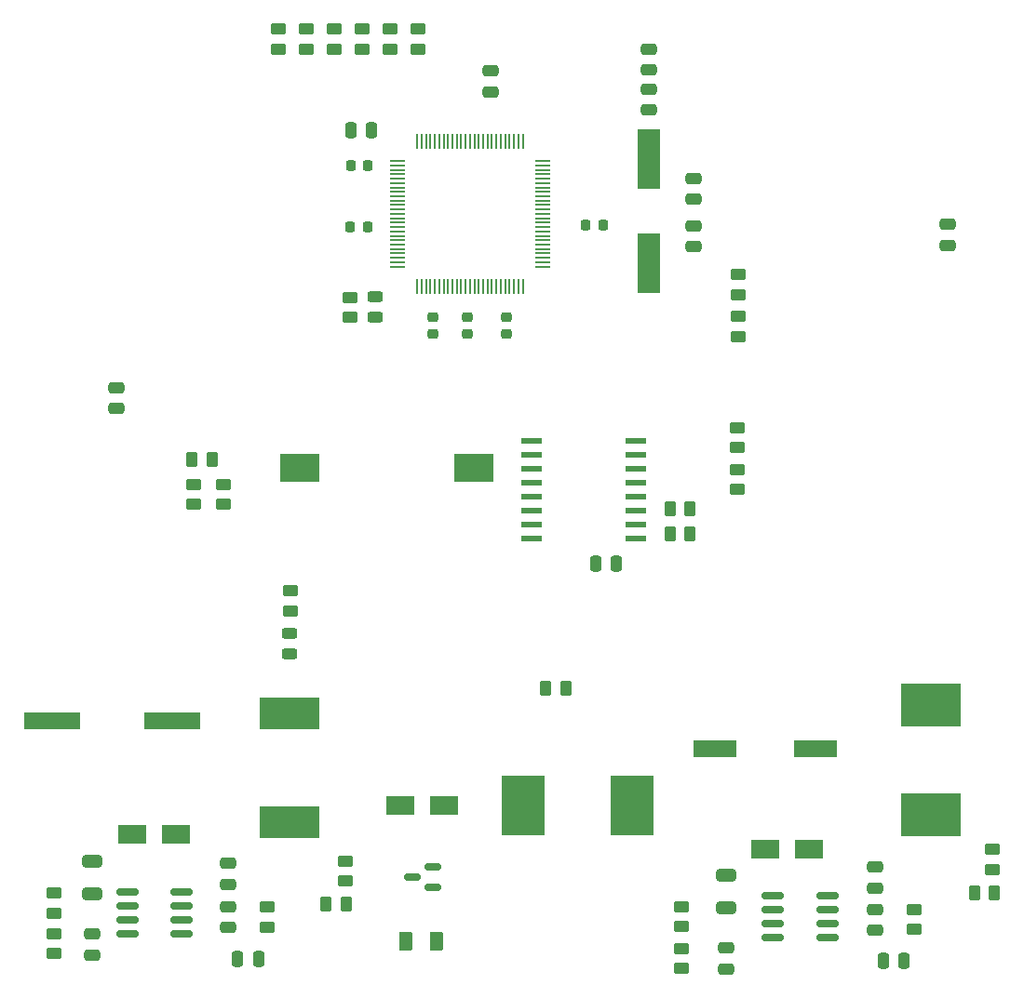
<source format=gbr>
%TF.GenerationSoftware,KiCad,Pcbnew,(6.0.2)*%
%TF.CreationDate,2022-02-23T19:08:17-05:00*%
%TF.ProjectId,SDP,5344502e-6b69-4636-9164-5f7063625858,rev?*%
%TF.SameCoordinates,Original*%
%TF.FileFunction,Paste,Top*%
%TF.FilePolarity,Positive*%
%FSLAX46Y46*%
G04 Gerber Fmt 4.6, Leading zero omitted, Abs format (unit mm)*
G04 Created by KiCad (PCBNEW (6.0.2)) date 2022-02-23 19:08:17*
%MOMM*%
%LPD*%
G01*
G04 APERTURE LIST*
G04 Aperture macros list*
%AMRoundRect*
0 Rectangle with rounded corners*
0 $1 Rounding radius*
0 $2 $3 $4 $5 $6 $7 $8 $9 X,Y pos of 4 corners*
0 Add a 4 corners polygon primitive as box body*
4,1,4,$2,$3,$4,$5,$6,$7,$8,$9,$2,$3,0*
0 Add four circle primitives for the rounded corners*
1,1,$1+$1,$2,$3*
1,1,$1+$1,$4,$5*
1,1,$1+$1,$6,$7*
1,1,$1+$1,$8,$9*
0 Add four rect primitives between the rounded corners*
20,1,$1+$1,$2,$3,$4,$5,0*
20,1,$1+$1,$4,$5,$6,$7,0*
20,1,$1+$1,$6,$7,$8,$9,0*
20,1,$1+$1,$8,$9,$2,$3,0*%
G04 Aperture macros list end*
%ADD10RoundRect,0.250000X-0.450000X0.262500X-0.450000X-0.262500X0.450000X-0.262500X0.450000X0.262500X0*%
%ADD11R,2.500000X1.800000*%
%ADD12RoundRect,0.250000X-0.475000X0.250000X-0.475000X-0.250000X0.475000X-0.250000X0.475000X0.250000X0*%
%ADD13R,3.860800X5.511800*%
%ADD14RoundRect,0.250000X0.450000X-0.262500X0.450000X0.262500X-0.450000X0.262500X-0.450000X-0.262500X0*%
%ADD15RoundRect,0.250000X0.262500X0.450000X-0.262500X0.450000X-0.262500X-0.450000X0.262500X-0.450000X0*%
%ADD16RoundRect,0.250000X-0.250000X-0.475000X0.250000X-0.475000X0.250000X0.475000X-0.250000X0.475000X0*%
%ADD17RoundRect,0.243750X0.456250X-0.243750X0.456250X0.243750X-0.456250X0.243750X-0.456250X-0.243750X0*%
%ADD18RoundRect,0.250000X0.375000X0.625000X-0.375000X0.625000X-0.375000X-0.625000X0.375000X-0.625000X0*%
%ADD19RoundRect,0.250000X0.650000X-0.325000X0.650000X0.325000X-0.650000X0.325000X-0.650000X-0.325000X0*%
%ADD20RoundRect,0.250000X0.475000X-0.250000X0.475000X0.250000X-0.475000X0.250000X-0.475000X-0.250000X0*%
%ADD21R,5.511800X3.860800*%
%ADD22RoundRect,0.250000X0.250000X0.475000X-0.250000X0.475000X-0.250000X-0.475000X0.250000X-0.475000X0*%
%ADD23R,2.000000X5.500000*%
%ADD24RoundRect,0.225000X-0.250000X0.225000X-0.250000X-0.225000X0.250000X-0.225000X0.250000X0.225000X0*%
%ADD25RoundRect,0.150000X-0.825000X-0.150000X0.825000X-0.150000X0.825000X0.150000X-0.825000X0.150000X0*%
%ADD26R,3.911600X1.498600*%
%ADD27RoundRect,0.150000X0.587500X0.150000X-0.587500X0.150000X-0.587500X-0.150000X0.587500X-0.150000X0*%
%ADD28R,5.400000X2.900000*%
%ADD29RoundRect,0.225000X0.225000X0.250000X-0.225000X0.250000X-0.225000X-0.250000X0.225000X-0.250000X0*%
%ADD30R,1.879600X0.533400*%
%ADD31RoundRect,0.243750X-0.456250X0.243750X-0.456250X-0.243750X0.456250X-0.243750X0.456250X0.243750X0*%
%ADD32RoundRect,0.225000X-0.225000X-0.250000X0.225000X-0.250000X0.225000X0.250000X-0.225000X0.250000X0*%
%ADD33R,1.473200X0.228600*%
%ADD34R,0.228600X1.473200*%
%ADD35R,5.105400X1.600200*%
%ADD36RoundRect,0.250000X-0.262500X-0.450000X0.262500X-0.450000X0.262500X0.450000X-0.262500X0.450000X0*%
%ADD37R,3.606800X2.590800*%
G04 APERTURE END LIST*
D10*
%TO.C,R14*%
X149758000Y-89846000D03*
X149758000Y-91671000D03*
%TD*%
D11*
%TO.C,D3*%
X156330400Y-128220800D03*
X152330400Y-128220800D03*
%TD*%
D12*
%TO.C,C18*%
X103505000Y-129506000D03*
X103505000Y-131406000D03*
%TD*%
D13*
%TO.C,L3*%
X130302000Y-124258400D03*
X140258800Y-124258400D03*
%TD*%
D14*
%TO.C,R4*%
X109169200Y-106527300D03*
X109169200Y-104702300D03*
%TD*%
%TO.C,R23*%
X115697000Y-55397100D03*
X115697000Y-53572100D03*
%TD*%
%TO.C,R25*%
X120777000Y-55397100D03*
X120777000Y-53572100D03*
%TD*%
D15*
%TO.C,R5*%
X173175300Y-132157800D03*
X171350300Y-132157800D03*
%TD*%
D16*
%TO.C,C15*%
X104333000Y-138203000D03*
X106233000Y-138203000D03*
%TD*%
D17*
%TO.C,D5*%
X116840000Y-79831500D03*
X116840000Y-77956500D03*
%TD*%
D18*
%TO.C,F1*%
X122445600Y-136610800D03*
X119645600Y-136610800D03*
%TD*%
D19*
%TO.C,C14*%
X91109800Y-132286600D03*
X91109800Y-129336600D03*
%TD*%
D20*
%TO.C,C23*%
X93345000Y-88099000D03*
X93345000Y-86199000D03*
%TD*%
D21*
%TO.C,L1*%
X167436800Y-125071200D03*
X167436800Y-115114400D03*
%TD*%
D11*
%TO.C,D4*%
X98774000Y-126900000D03*
X94774000Y-126900000D03*
%TD*%
D10*
%TO.C,R3*%
X144703800Y-137239700D03*
X144703800Y-139064700D03*
%TD*%
D14*
%TO.C,R6*%
X165862000Y-135534100D03*
X165862000Y-133709100D03*
%TD*%
D10*
%TO.C,R47*%
X103032500Y-94999500D03*
X103032500Y-96824500D03*
%TD*%
D22*
%TO.C,C1*%
X116520000Y-62765000D03*
X114620000Y-62765000D03*
%TD*%
D23*
%TO.C,Y1*%
X141732000Y-74881000D03*
X141732000Y-65381000D03*
%TD*%
D15*
%TO.C,R49*%
X134211700Y-113590400D03*
X132386700Y-113590400D03*
%TD*%
D12*
%TO.C,C20*%
X145796000Y-71467000D03*
X145796000Y-73367000D03*
%TD*%
D24*
%TO.C,C6*%
X128778000Y-79770000D03*
X128778000Y-81320000D03*
%TD*%
D25*
%TO.C,U2*%
X94299000Y-132107000D03*
X94299000Y-133377000D03*
X94299000Y-134647000D03*
X94299000Y-135917000D03*
X99249000Y-135917000D03*
X99249000Y-134647000D03*
X99249000Y-133377000D03*
X99249000Y-132107000D03*
%TD*%
D15*
%TO.C,R17*%
X145476600Y-97258400D03*
X143651600Y-97258400D03*
%TD*%
D14*
%TO.C,R24*%
X118237000Y-55397100D03*
X118237000Y-53572100D03*
%TD*%
D20*
%TO.C,C24*%
X141747200Y-57287200D03*
X141747200Y-55387200D03*
%TD*%
D12*
%TO.C,C22*%
X168910000Y-71338400D03*
X168910000Y-73238400D03*
%TD*%
D10*
%TO.C,R8*%
X114173000Y-129289500D03*
X114173000Y-131114500D03*
%TD*%
D26*
%TO.C,C13*%
X156864050Y-119102200D03*
X147770850Y-119102200D03*
%TD*%
D12*
%TO.C,C17*%
X91135200Y-135932200D03*
X91135200Y-137832200D03*
%TD*%
D14*
%TO.C,R48*%
X100365500Y-96824500D03*
X100365500Y-94999500D03*
%TD*%
D24*
%TO.C,C4*%
X122097800Y-79770000D03*
X122097800Y-81320000D03*
%TD*%
D14*
%TO.C,R21*%
X110617000Y-55397100D03*
X110617000Y-53572100D03*
%TD*%
D20*
%TO.C,C16*%
X103505000Y-135343000D03*
X103505000Y-133443000D03*
%TD*%
D10*
%TO.C,R9*%
X87630000Y-135918900D03*
X87630000Y-137743900D03*
%TD*%
D20*
%TO.C,C21*%
X145796000Y-69049000D03*
X145796000Y-67149000D03*
%TD*%
D27*
%TO.C,MOSFET1*%
X122095500Y-131726000D03*
X122095500Y-129826000D03*
X120220500Y-130776000D03*
%TD*%
D10*
%TO.C,R13*%
X149860000Y-75926000D03*
X149860000Y-77751000D03*
%TD*%
D25*
%TO.C,U1*%
X153017450Y-132437200D03*
X153017450Y-133707200D03*
X153017450Y-134977200D03*
X153017450Y-136247200D03*
X157967450Y-136247200D03*
X157967450Y-134977200D03*
X157967450Y-133707200D03*
X157967450Y-132437200D03*
%TD*%
D28*
%TO.C,L2*%
X109093000Y-125754000D03*
X109093000Y-115854000D03*
%TD*%
D24*
%TO.C,C5*%
X125222000Y-79770000D03*
X125222000Y-81320000D03*
%TD*%
D14*
%TO.C,R20*%
X108077000Y-55397100D03*
X108077000Y-53572100D03*
%TD*%
D29*
%TO.C,C3*%
X116141800Y-71553400D03*
X114591800Y-71553400D03*
%TD*%
D30*
%TO.C,U4*%
X140538200Y-99925400D03*
X140538200Y-98655400D03*
X140538200Y-97385400D03*
X140538200Y-96115400D03*
X140538200Y-94845400D03*
X140538200Y-93575400D03*
X140538200Y-92305400D03*
X140538200Y-91035400D03*
X131064000Y-91035400D03*
X131064000Y-92305400D03*
X131064000Y-93575400D03*
X131064000Y-94845400D03*
X131064000Y-96115400D03*
X131064000Y-97385400D03*
X131064000Y-98655400D03*
X131064000Y-99925400D03*
%TD*%
D29*
%TO.C,C2*%
X116179600Y-65965400D03*
X114629600Y-65965400D03*
%TD*%
D20*
%TO.C,C10*%
X162306000Y-135622400D03*
X162306000Y-133722400D03*
%TD*%
D15*
%TO.C,R16*%
X145476600Y-99544400D03*
X143651600Y-99544400D03*
%TD*%
D14*
%TO.C,R12*%
X149860000Y-81561000D03*
X149860000Y-79736000D03*
%TD*%
%TO.C,R22*%
X113157000Y-55397100D03*
X113157000Y-53572100D03*
%TD*%
D31*
%TO.C,D1*%
X109102200Y-108555300D03*
X109102200Y-110430300D03*
%TD*%
D15*
%TO.C,R10*%
X114196500Y-133250000D03*
X112371500Y-133250000D03*
%TD*%
D10*
%TO.C,R2*%
X172974000Y-128222700D03*
X172974000Y-130047700D03*
%TD*%
D32*
%TO.C,C7*%
X136004000Y-71401000D03*
X137554000Y-71401000D03*
%TD*%
D33*
%TO.C,U3*%
X118859300Y-65584999D03*
X118859300Y-65985001D03*
X118859300Y-66385000D03*
X118859300Y-66785000D03*
X118859300Y-67185001D03*
X118859300Y-67585001D03*
X118859300Y-67985000D03*
X118859300Y-68384999D03*
X118859300Y-68785001D03*
X118859300Y-69185000D03*
X118859300Y-69584999D03*
X118859300Y-69985001D03*
X118859300Y-70385000D03*
X118859300Y-70784999D03*
X118859300Y-71185001D03*
X118859300Y-71585000D03*
X118859300Y-71984999D03*
X118859300Y-72384999D03*
X118859300Y-72785000D03*
X118859300Y-73184999D03*
X118859300Y-73584999D03*
X118859300Y-73985000D03*
X118859300Y-74385000D03*
X118859300Y-74784999D03*
X118859300Y-75185001D03*
D34*
X120675999Y-77001700D03*
X121076001Y-77001700D03*
X121476000Y-77001700D03*
X121876000Y-77001700D03*
X122276001Y-77001700D03*
X122676001Y-77001700D03*
X123076000Y-77001700D03*
X123475999Y-77001700D03*
X123876001Y-77001700D03*
X124276000Y-77001700D03*
X124675999Y-77001700D03*
X125076001Y-77001700D03*
X125476000Y-77001700D03*
X125875999Y-77001700D03*
X126276001Y-77001700D03*
X126676000Y-77001700D03*
X127075999Y-77001700D03*
X127475999Y-77001700D03*
X127876000Y-77001700D03*
X128275999Y-77001700D03*
X128675999Y-77001700D03*
X129076000Y-77001700D03*
X129476000Y-77001700D03*
X129875999Y-77001700D03*
X130275998Y-77001700D03*
D33*
X132092700Y-75185001D03*
X132092700Y-74784999D03*
X132092700Y-74385000D03*
X132092700Y-73985000D03*
X132092700Y-73584999D03*
X132092700Y-73184999D03*
X132092700Y-72785000D03*
X132092700Y-72385001D03*
X132092700Y-71984999D03*
X132092700Y-71585000D03*
X132092700Y-71185001D03*
X132092700Y-70784999D03*
X132092700Y-70385000D03*
X132092700Y-69985001D03*
X132092700Y-69584999D03*
X132092700Y-69185000D03*
X132092700Y-68785001D03*
X132092700Y-68385001D03*
X132092700Y-67985000D03*
X132092700Y-67585001D03*
X132092700Y-67185001D03*
X132092700Y-66785000D03*
X132092700Y-66385000D03*
X132092700Y-65985001D03*
X132092700Y-65585002D03*
D34*
X130276001Y-63768300D03*
X129875999Y-63768300D03*
X129476000Y-63768300D03*
X129076000Y-63768300D03*
X128675999Y-63768300D03*
X128275999Y-63768300D03*
X127876000Y-63768300D03*
X127476001Y-63768300D03*
X127075999Y-63768300D03*
X126676000Y-63768300D03*
X126276001Y-63768300D03*
X125875999Y-63768300D03*
X125476000Y-63768300D03*
X125076001Y-63768300D03*
X124675999Y-63768300D03*
X124276000Y-63768300D03*
X123876001Y-63768300D03*
X123476001Y-63768300D03*
X123076000Y-63768300D03*
X122676001Y-63768300D03*
X122276001Y-63768300D03*
X121876000Y-63768300D03*
X121476000Y-63768300D03*
X121076001Y-63768300D03*
X120676002Y-63768300D03*
%TD*%
D19*
%TO.C,C8*%
X148767800Y-133531200D03*
X148767800Y-130581200D03*
%TD*%
D10*
%TO.C,R7*%
X87630000Y-132210500D03*
X87630000Y-134035500D03*
%TD*%
D12*
%TO.C,C12*%
X162306000Y-129861600D03*
X162306000Y-131761600D03*
%TD*%
D35*
%TO.C,C19*%
X98425000Y-116562200D03*
X87503000Y-116562200D03*
%TD*%
D11*
%TO.C,D2*%
X123107200Y-124258400D03*
X119107200Y-124258400D03*
%TD*%
D36*
%TO.C,R18*%
X100179500Y-92737000D03*
X102004500Y-92737000D03*
%TD*%
D37*
%TO.C,B1*%
X110020100Y-93499000D03*
X125818900Y-93499000D03*
%TD*%
D20*
%TO.C,C27*%
X127381000Y-59270000D03*
X127381000Y-57370000D03*
%TD*%
D12*
%TO.C,C25*%
X141747200Y-59044800D03*
X141747200Y-60944800D03*
%TD*%
D16*
%TO.C,C9*%
X163083200Y-138406200D03*
X164983200Y-138406200D03*
%TD*%
D14*
%TO.C,R19*%
X114554000Y-79806500D03*
X114554000Y-77981500D03*
%TD*%
%TO.C,R15*%
X149783400Y-95481000D03*
X149783400Y-93656000D03*
%TD*%
D22*
%TO.C,C26*%
X138821200Y-102262000D03*
X136921200Y-102262000D03*
%TD*%
D10*
%TO.C,R1*%
X144703800Y-133429700D03*
X144703800Y-135254700D03*
%TD*%
D14*
%TO.C,R11*%
X107061000Y-135305500D03*
X107061000Y-133480500D03*
%TD*%
D12*
%TO.C,C11*%
X148767800Y-137202200D03*
X148767800Y-139102200D03*
%TD*%
M02*

</source>
